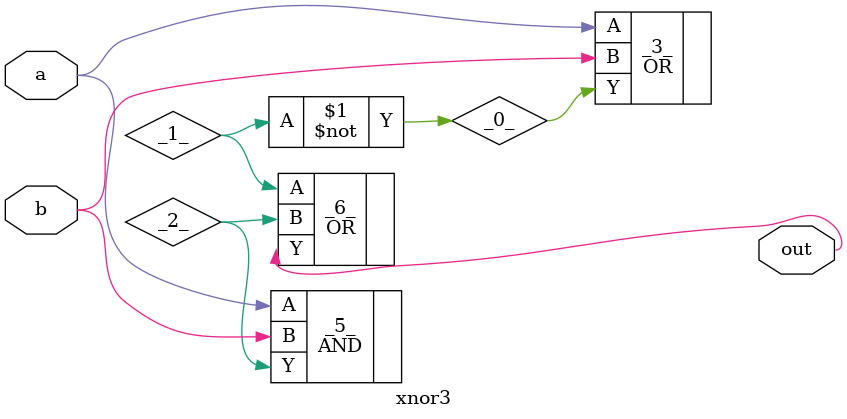
<source format=v>
/* Generated by Yosys 0.41+83 (git sha1 7045cf509, x86_64-w64-mingw32-g++ 13.2.1 -Os) */

/* cells_not_processed =  1  */
/* src = "xnor3.v:1.1-9.10" */
module xnor3(a, b, out);
  wire _0_;
  wire _1_;
  wire _2_;
  /* src = "xnor3.v:2.9-2.10" */
  input a;
  wire a;
  /* src = "xnor3.v:3.9-3.10" */
  input b;
  wire b;
  /* src = "xnor3.v:4.10-4.13" */
  output out;
  wire out;
  OR _3_ (
    .A(a),
    .B(b),
    .Y(_0_)
  );
  not _4_ (
    .A(_0_),
    .Y(_1_)
  );
  AND _5_ (
    .A(a),
    .B(b),
    .Y(_2_)
  );
  OR _6_ (
    .A(_1_),
    .B(_2_),
    .Y(out)
  );
endmodule

</source>
